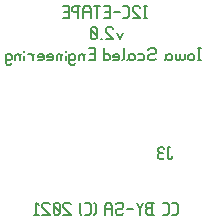
<source format=gbr>
G04 start of page 10 for group -4078 idx -4078 *
G04 Title: (unknown), bottomsilk *
G04 Creator: pcb 4.0.2 *
G04 CreationDate: Mon Jan 25 18:06:35 2021 UTC *
G04 For: ndholmes *
G04 Format: Gerber/RS-274X *
G04 PCB-Dimensions (mil): 950.00 1050.00 *
G04 PCB-Coordinate-Origin: lower left *
%MOIN*%
%FSLAX25Y25*%
%LNBOTTOMSILK*%
%ADD31C,0.0060*%
G54D31*X60500Y88500D02*X61500D01*
X61000Y84500D02*Y88500D01*
X60500Y84500D02*X61500D01*
X59300Y88000D02*X58800Y88500D01*
X57300D02*X58800D01*
X57300D02*X56800Y88000D01*
Y87000D02*Y88000D01*
X59300Y84500D02*X56800Y87000D01*
Y84500D02*X59300D01*
X53600D02*X54900D01*
X55600Y85200D02*X54900Y84500D01*
X55600Y85200D02*Y87800D01*
X54900Y88500D01*
X53600D02*X54900D01*
X50400Y86500D02*X52400D01*
X47700Y86700D02*X49200D01*
X47200Y84500D02*X49200D01*
Y88500D01*
X47200D02*X49200D01*
X44000D02*X46000D01*
X45000Y84500D02*Y88500D01*
X42800Y84500D02*Y87500D01*
X42100Y88500D01*
X41000D02*X42100D01*
X41000D02*X40300Y87500D01*
Y84500D02*Y87500D01*
Y86500D02*X42800D01*
X38600Y84500D02*Y88500D01*
X37100D02*X39100D01*
X37100D02*X36600Y88000D01*
Y87000D02*Y88000D01*
X37100Y86500D02*X36600Y87000D01*
X37100Y86500D02*X38600D01*
X33900Y86700D02*X35400D01*
X33400Y84500D02*X35400D01*
Y88500D01*
X33400D02*X35400D01*
X53469Y79500D02*X52469Y77500D01*
X51469Y79500D02*X52469Y77500D01*
X50268Y81000D02*X49768Y81500D01*
X48268D02*X49768D01*
X48268D02*X47768Y81000D01*
Y80000D02*Y81000D01*
X50268Y77500D02*X47768Y80000D01*
Y77500D02*X50268D01*
X46068D02*X46568D01*
X44868Y78000D02*X44368Y77500D01*
X44868Y78000D02*Y81000D01*
X44368Y81500D01*
X43368D02*X44368D01*
X43368D02*X42868Y81000D01*
Y78000D02*Y81000D01*
X43368Y77500D02*X42868Y78000D01*
X43368Y77500D02*X44368D01*
X44868Y78500D02*X42868Y80500D01*
X78500Y74500D02*X79500D01*
X79000Y70500D02*Y74500D01*
X78500Y70500D02*X79500D01*
X77300Y71000D02*Y72000D01*
X76800Y72500D01*
X75800D02*X76800D01*
X75800D02*X75300Y72000D01*
Y71000D02*Y72000D01*
X75800Y70500D02*X75300Y71000D01*
X75800Y70500D02*X76800D01*
X77300Y71000D02*X76800Y70500D01*
X74100Y71000D02*Y72500D01*
Y71000D02*X73600Y70500D01*
X73100D02*X73600D01*
X73100D02*X72600Y71000D01*
Y72500D01*
Y71000D02*X72100Y70500D01*
X71600D02*X72100D01*
X71600D02*X71100Y71000D01*
Y72500D01*
X68400D02*X67900Y72000D01*
X68400Y72500D02*X69400D01*
X69900Y72000D02*X69400Y72500D01*
X69900Y71000D02*Y72000D01*
Y71000D02*X69400Y70500D01*
X67900Y71000D02*Y72500D01*
Y71000D02*X67400Y70500D01*
X68400D02*X69400D01*
X68400D02*X67900Y71000D01*
X62400Y74500D02*X61900Y74000D01*
X62400Y74500D02*X63900D01*
X64400Y74000D02*X63900Y74500D01*
X64400Y73000D02*Y74000D01*
Y73000D02*X63900Y72500D01*
X62400D02*X63900D01*
X62400D02*X61900Y72000D01*
Y71000D02*Y72000D01*
X62400Y70500D02*X61900Y71000D01*
X62400Y70500D02*X63900D01*
X64400Y71000D02*X63900Y70500D01*
X58700Y72500D02*X60200D01*
X60700Y72000D02*X60200Y72500D01*
X60700Y71000D02*Y72000D01*
Y71000D02*X60200Y70500D01*
X58700D02*X60200D01*
X56000Y72500D02*X55500Y72000D01*
X56000Y72500D02*X57000D01*
X57500Y72000D02*X57000Y72500D01*
X57500Y71000D02*Y72000D01*
Y71000D02*X57000Y70500D01*
X55500Y71000D02*Y72500D01*
Y71000D02*X55000Y70500D01*
X56000D02*X57000D01*
X56000D02*X55500Y71000D01*
X53800D02*Y74500D01*
Y71000D02*X53300Y70500D01*
X50300D02*X51800D01*
X52300Y71000D02*X51800Y70500D01*
X52300Y71000D02*Y72000D01*
X51800Y72500D01*
X50800D02*X51800D01*
X50800D02*X50300Y72000D01*
Y71500D02*X52300D01*
X50300D02*Y72000D01*
X47100Y70500D02*Y74500D01*
X47600Y70500D02*X47100Y71000D01*
X47600Y70500D02*X48600D01*
X49100Y71000D02*X48600Y70500D01*
X49100Y71000D02*Y72000D01*
X48600Y72500D01*
X47600D02*X48600D01*
X47600D02*X47100Y72000D01*
X42600Y72700D02*X44100D01*
X42100Y70500D02*X44100D01*
Y74500D01*
X42100D02*X44100D01*
X40400Y70500D02*Y72000D01*
X39900Y72500D01*
X39400D02*X39900D01*
X39400D02*X38900Y72000D01*
Y70500D02*Y72000D01*
X40900Y72500D02*X40400Y72000D01*
X36200Y72500D02*X35700Y72000D01*
X36200Y72500D02*X37200D01*
X37700Y72000D02*X37200Y72500D01*
X37700Y71000D02*Y72000D01*
Y71000D02*X37200Y70500D01*
X36200D02*X37200D01*
X36200D02*X35700Y71000D01*
X37700Y69500D02*X37200Y69000D01*
X36200D02*X37200D01*
X36200D02*X35700Y69500D01*
Y72500D01*
X34500Y73400D02*Y73500D01*
Y70500D02*Y72000D01*
X33000Y70500D02*Y72000D01*
X32500Y72500D01*
X32000D02*X32500D01*
X32000D02*X31500Y72000D01*
Y70500D02*Y72000D01*
X33500Y72500D02*X33000Y72000D01*
X28300Y70500D02*X29800D01*
X30300Y71000D02*X29800Y70500D01*
X30300Y71000D02*Y72000D01*
X29800Y72500D01*
X28800D02*X29800D01*
X28800D02*X28300Y72000D01*
Y71500D02*X30300D01*
X28300D02*Y72000D01*
X25100Y70500D02*X26600D01*
X27100Y71000D02*X26600Y70500D01*
X27100Y71000D02*Y72000D01*
X26600Y72500D01*
X25600D02*X26600D01*
X25600D02*X25100Y72000D01*
Y71500D02*X27100D01*
X25100D02*Y72000D01*
X23400Y70500D02*Y72000D01*
X22900Y72500D01*
X21900D02*X22900D01*
X23900D02*X23400Y72000D01*
X20700Y73400D02*Y73500D01*
Y70500D02*Y72000D01*
X19200Y70500D02*Y72000D01*
X18700Y72500D01*
X18200D02*X18700D01*
X18200D02*X17700Y72000D01*
Y70500D02*Y72000D01*
X19700Y72500D02*X19200Y72000D01*
X15000Y72500D02*X14500Y72000D01*
X15000Y72500D02*X16000D01*
X16500Y72000D02*X16000Y72500D01*
X16500Y71000D02*Y72000D01*
Y71000D02*X16000Y70500D01*
X15000D02*X16000D01*
X15000D02*X14500Y71000D01*
X16500Y69500D02*X16000Y69000D01*
X15000D02*X16000D01*
X15000D02*X14500Y69500D01*
Y72500D01*
X70000Y19000D02*X71300D01*
X72000Y19700D02*X71300Y19000D01*
X72000Y19700D02*Y22300D01*
X71300Y23000D01*
X70000D02*X71300D01*
X66800Y19000D02*X68100D01*
X68800Y19700D02*X68100Y19000D01*
X68800Y19700D02*Y22300D01*
X68100Y23000D01*
X66800D02*X68100D01*
X61800Y19000D02*X63800D01*
X61800D02*X61300Y19500D01*
Y20700D01*
X61800Y21200D02*X61300Y20700D01*
X61800Y21200D02*X63300D01*
Y19000D02*Y23000D01*
X61800D02*X63800D01*
X61800D02*X61300Y22500D01*
Y21700D02*Y22500D01*
X61800Y21200D02*X61300Y21700D01*
X60100Y23000D02*X59100Y21000D01*
X58100Y23000D01*
X59100Y19000D02*Y21000D01*
X54900D02*X56900D01*
X51700Y23000D02*X51200Y22500D01*
X51700Y23000D02*X53200D01*
X53700Y22500D02*X53200Y23000D01*
X53700Y21500D02*Y22500D01*
Y21500D02*X53200Y21000D01*
X51700D02*X53200D01*
X51700D02*X51200Y20500D01*
Y19500D02*Y20500D01*
X51700Y19000D02*X51200Y19500D01*
X51700Y19000D02*X53200D01*
X53700Y19500D02*X53200Y19000D01*
X50000D02*Y22000D01*
X49300Y23000D01*
X48200D02*X49300D01*
X48200D02*X47500Y22000D01*
Y19000D02*Y22000D01*
Y21000D02*X50000D01*
X44500Y19500D02*X44000Y19000D01*
X44500Y22500D02*X44000Y23000D01*
X44500Y19500D02*Y22500D01*
X40800Y19000D02*X42100D01*
X42800Y19700D02*X42100Y19000D01*
X42800Y19700D02*Y22300D01*
X42100Y23000D01*
X40800D02*X42100D01*
X39600D02*X39100Y22500D01*
Y19500D02*Y22500D01*
X39600Y19000D02*X39100Y19500D01*
X36100Y22500D02*X35600Y23000D01*
X34100D02*X35600D01*
X34100D02*X33600Y22500D01*
Y21500D02*Y22500D01*
X36100Y19000D02*X33600Y21500D01*
Y19000D02*X36100D01*
X32400Y19500D02*X31900Y19000D01*
X32400Y19500D02*Y22500D01*
X31900Y23000D01*
X30900D02*X31900D01*
X30900D02*X30400Y22500D01*
Y19500D02*Y22500D01*
X30900Y19000D02*X30400Y19500D01*
X30900Y19000D02*X31900D01*
X32400Y20000D02*X30400Y22000D01*
X29200Y22500D02*X28700Y23000D01*
X27200D02*X28700D01*
X27200D02*X26700Y22500D01*
Y21500D02*Y22500D01*
X29200Y19000D02*X26700Y21500D01*
Y19000D02*X29200D01*
X25500Y22200D02*X24700Y23000D01*
Y19000D02*Y23000D01*
X24000Y19000D02*X25500D01*
X68500Y41500D02*X69300D01*
X68500Y38000D02*Y41500D01*
X69000Y37500D02*X68500Y38000D01*
X69000Y37500D02*X69500D01*
X70000Y38000D02*X69500Y37500D01*
X70000Y38000D02*Y38500D01*
X67300Y41000D02*X66800Y41500D01*
X65800D02*X66800D01*
X65800D02*X65300Y41000D01*
X65800Y37500D02*X65300Y38000D01*
X65800Y37500D02*X66800D01*
X67300Y38000D02*X66800Y37500D01*
X65800Y39700D02*X66800D01*
X65300Y40200D02*Y41000D01*
Y38000D02*Y39200D01*
X65800Y39700D01*
X65300Y40200D02*X65800Y39700D01*
M02*

</source>
